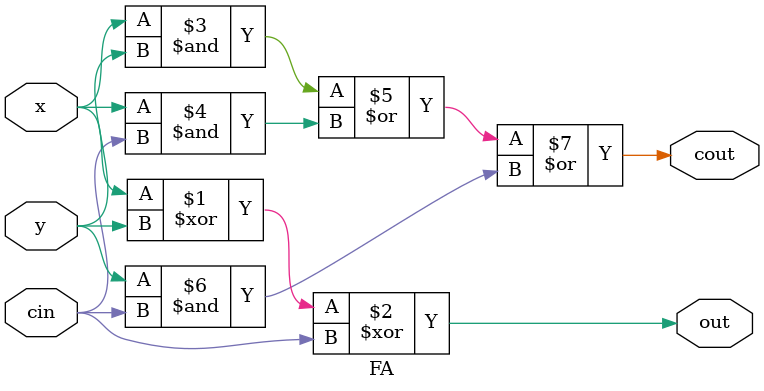
<source format=v>
module FA(
input  x,
input  y,
input  cin,
output out,
output cout
);

assign out = (x ^ y) ^ cin;
assign cout = (x & y) | (x & cin) | (y & cin);

endmodule


</source>
